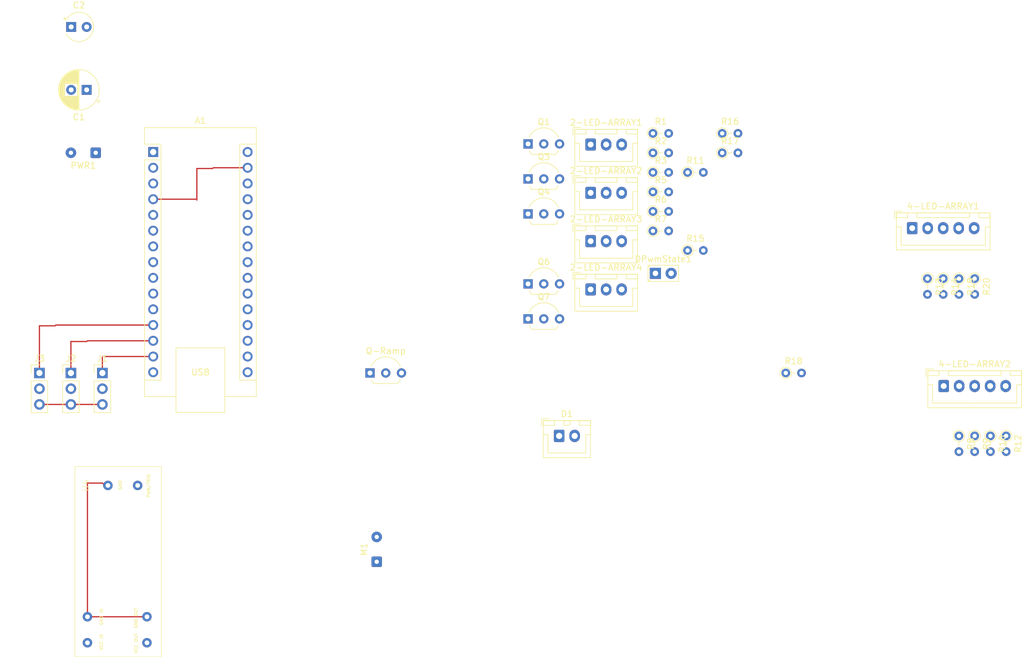
<source format=kicad_pcb>
(kicad_pcb (version 20240108) (generator "pcbnew") (generator_version "8.0")
  (layers (0 "F.Cu" signal) (31 "B.Cu" signal) (34 "B.Paste" user) (35 "F.Paste" user) (36 "B.SilkS" user "B.Silkscreen") (37 "F.SilkS" user "F.Silkscreen") (38 "B.Mask" user) (39 "F.Mask" user) (44 "Edge.Cuts" user))
  (net 0 "")
  (net 1 "Net-(2-LED-ARRAY1-GND)")
  (net 2 "Net-(2-LED-ARRAY1-LED1)")
  (net 3 "Net-(2-LED-ARRAY1-LED2)")
  (net 4 "Net-(2-LED-ARRAY2-LED2)")
  (net 5 "Net-(2-LED-ARRAY2-GND)")
  (net 6 "Net-(2-LED-ARRAY2-LED1)")
  (net 7 "Net-(2-LED-ARRAY3-LED2)")
  (net 8 "Net-(2-LED-ARRAY3-LED1)")
  (net 9 "Net-(2-LED-ARRAY3-GND)")
  (net 10 "Net-(2-LED-ARRAY4-LED2)")
  (net 11 "Net-(2-LED-ARRAY4-GND)")
  (net 12 "Net-(2-LED-ARRAY4-LED1)")
  (net 13 "Net-(4-LED-ARRAY1-LED4)")
  (net 14 "Net-(4-LED-ARRAY1-LED2)")
  (net 15 "Net-(4-LED-ARRAY1-LED3)")
  (net 16 "Net-(4-LED-ARRAY1-GND)")
  (net 17 "Net-(4-LED-ARRAY2-LED2)")
  (net 18 "Net-(4-LED-ARRAY2-LED1)")
  (net 19 "Net-(4-LED-ARRAY2-LED3)")
  (net 20 "Net-(4-LED-ARRAY2-LED4)")
  (net 21 "Net-(A1-A1)")
  (net 22 "Net-(A1-D10)")
  (net 24 "Net-(A1-A3)")
  (net 26 "Net-(A1-D3)")
  (net 32 "Net-(A1-D8)")
  (net 33 "GND")
  (net 35 "Net-(A1-D12)")
  (net 38 "Net-(A1-D4)")
  (net 40 "Net-(A1-A2)")
  (net 42 "Net-(A1-D11)")
  (net 44 "Net-(A1-D7)")
  (net 45 "Net-(A1-+5V)")
  (net 48 "Net-(A1-D9)")
  (net 49 "Net-(A1-D2)")
  (net 50 "Net-(D1-A)")
  (net 51 "Net-(DPwmState1-A)")
  (net 55 "Net-(Q1-S)")
  (net 56 "/PWM 5V branch")
  (net 57 "Net-(M1-+)")
  (net 58 "Net-(4-LED-ARRAY1-LED1)")
  (footprint "Resistor_THT:R_Axial_DIN0204_L3.6mm_D1.6mm_P2.54mm_Vertical" (layer "F.Cu") (at 116.77 37.51)
    (property "Reference" "R1" (at 1.27 -1.92 0) (layer "F.SilkS"))
    (property "Value" "220")
    (pad "1" thru_hole circle (at 0 0) (size 1.4 1.4) (drill 0.7) (layers "*.Cu" "*.Mask") (net 10 "Net-(2-LED-ARRAY4-LED2)"))
    (pad "2" thru_hole oval (at 2.54 0) (size 1.4 1.4) (drill 0.7) (layers "*.Cu" "*.Mask") (net 45 "Net-(A1-+5V)"))
  )
  (footprint "Resistor_THT:R_Axial_DIN0204_L3.6mm_D1.6mm_P2.54mm_Vertical" (layer "F.Cu") (at 116.77 40.66)
    (property "Reference" "R2" (at 1.27 -1.92 0) (layer "F.SilkS"))
    (property "Value" "500")
    (pad "1" thru_hole circle (at 0 0) (size 1.4 1.4) (drill 0.7) (layers "*.Cu" "*.Mask") (net 55 "Net-(Q1-S)"))
    (pad "2" thru_hole oval (at 2.54 0) (size 1.4 1.4) (drill 0.7) (layers "*.Cu" "*.Mask") (net 11 "Net-(2-LED-ARRAY4-GND)"))
  )
  (footprint "Resistor_THT:R_Axial_DIN0204_L3.6mm_D1.6mm_P2.54mm_Vertical" (layer "F.Cu") (at 138.205241 76.2)
    (property "Reference" "R18" (at 1.27 -1.92 0) (layer "F.SilkS"))
    (property "Value" "220")
    (pad "1" thru_hole circle (at 0 0) (size 1.4 1.4) (drill 0.7) (layers "*.Cu" "*.Mask") (net 56 "/PWM 5V branch"))
    (pad "2" thru_hole oval (at 2.54 0) (size 1.4 1.4) (drill 0.7) (layers "*.Cu" "*.Mask") (net 2 "Net-(2-LED-ARRAY1-LED1)"))
  )
  (footprint "Resistor_THT:R_Axial_DIN0204_L3.6mm_D1.6mm_P2.54mm_Vertical" (layer "F.Cu") (at 168.685241 60.96 -90)
    (property "Reference" "R20" (at 1.27 -1.92 90) (layer "F.SilkS"))
    (property "Value" "220")
    (pad "1" thru_hole circle (at 0 0 270) (size 1.4 1.4) (drill 0.7) (layers "*.Cu" "*.Mask") (net 13 "Net-(4-LED-ARRAY1-LED4)"))
    (pad "2" thru_hole oval (at 2.54 0 270) (size 1.4 1.4) (drill 0.7) (layers "*.Cu" "*.Mask") (net 56 "/PWM 5V branch"))
  )
  (footprint "Connector_JST:JST_XH_B2B-XH-A_1x02_P2.50mm_Vertical" (layer "F.Cu") (at 101.64 86.36)
    (property "Reference" "D1" (at 1.25 -3.55 0) (layer "F.SilkS"))
    (property "Value" "White Reverse")
    (pad "1" thru_hole roundrect (at 0 0) (size 1.7 2) (drill 1) (layers "*.Cu" "*.Mask") (roundrect_rratio 0.147059) (net 33 "GND"))
    (pad "2" thru_hole oval (at 2.5 0) (size 1.7 2) (drill 1) (layers "*.Cu" "*.Mask") (net 50 "Net-(D1-A)"))
  )
  (footprint "Resistor_THT:R_Axial_DIN0204_L3.6mm_D1.6mm_P2.54mm_Vertical" (layer "F.Cu") (at 166.145241 86.36 -90)
    (property "Reference" "R8" (at 1.27 -1.92 90) (layer "F.SilkS"))
    (property "Value" "220")
    (pad "1" thru_hole circle (at 0 0 270) (size 1.4 1.4) (drill 0.7) (layers "*.Cu" "*.Mask") (net 18 "Net-(4-LED-ARRAY2-LED1)"))
    (pad "2" thru_hole oval (at 2.54 0 270) (size 1.4 1.4) (drill 0.7) (layers "*.Cu" "*.Mask") (net 56 "/PWM 5V branch"))
  )
  (footprint "Resistor_THT:R_Axial_DIN0204_L3.6mm_D1.6mm_P2.54mm_Vertical" (layer "F.Cu") (at 171.225241 86.36 -90)
    (property "Reference" "R10" (at 1.27 -1.92 90) (layer "F.SilkS"))
    (property "Value" "220")
    (pad "1" thru_hole circle (at 0 0 270) (size 1.4 1.4) (drill 0.7) (layers "*.Cu" "*.Mask") (net 19 "Net-(4-LED-ARRAY2-LED3)"))
    (pad "2" thru_hole oval (at 2.54 0 270) (size 1.4 1.4) (drill 0.7) (layers "*.Cu" "*.Mask") (net 56 "/PWM 5V branch"))
  )
  (footprint "FootPrintProjectLibrary:PWM-Module" (layer "F.Cu") (at 25.527 119.761 90)
    (property "Reference" "U4" (at 25.4 -0.254 90) (layer "F.SilkS") (effects (font (thickness 0.1))))
    (property "Value" "PWM_MOSFET_Module")
    (fp_text user "VCC IN" (at -1.27 2.54 90) (layer "F.SilkS") (effects (font (size 0.5 0.5) (thickness 0.1)) (justify left bottom)))
    (fp_text user "GND" (at 24.638 5.588 90) (layer "F.SilkS") (effects (font (size 0.5 0.5) (thickness 0.1)) (justify left bottom)))
    (fp_text user "GND IN" (at 2.794 2.54 90) (layer "F.SilkS") (effects (font (size 0.5 0.5) (thickness 0.1)) (justify left bottom)))
    (fp_text user "VCC OUT" (at -1.778 8.128 90) (layer "F.SilkS") (effects (font (size 0.5 0.5) (thickness 0.1)) (justify left bottom)))
    (fp_text user "GND OUT" (at 2.286 8.128 90) (layer "F.SilkS") (effects (font (size 0.5 0.5) (thickness 0.1)) (justify left bottom)))
    (fp_text user "PWM/TRIG" (at 23.368 10.16 90) (layer "F.SilkS") (effects (font (size 0.5 0.5) (thickness 0.1)) (justify left bottom)))
    (pad "1" thru_hole circle (at 25.4 8.1 90) (size 1.524 1.524) (drill 0.762) (layers "*.Cu" "*.Mask") (net 26 "Net-(A1-D3)"))
    (pad "2" thru_hole circle (at 25.4 3.3 90) (size 1.524 1.524) (drill 0.762) (layers "*.Cu" "*.Mask") (net 33 "GND"))
    (pad "3" thru_hole circle (at 0 0 180) (size 1.524 1.524) (drill 0.762) (layers "*.Cu" "*.Mask") (net 45 "Net-(A1-+5V)"))
    (pad "4" thru_hole circle (at 4.2 0 180) (size 1.524 1.524) (drill 0.762) (layers "*.Cu" "*.Mask") (net 33 "GND"))
    (pad "5" thru_hole circle (at 0 9.6 180) (size 1.524 1.524) (drill 0.762) (layers "*.Cu" "*.Mask") (net 56 "/PWM 5V branch"))
    (pad "6" thru_hole circle (at 4.2 9.6 180) (size 1.524 1.524) (drill 0.762) (layers "*.Cu" "*.Mask") (net 33 "GND"))
  )
  (footprint "Resistor_THT:R_Axial_DIN0204_L3.6mm_D1.6mm_P2.54mm_Vertical" (layer "F.Cu") (at 168.685241 86.36 -90)
    (property "Reference" "R9" (at 1.27 -1.92 90) (layer "F.SilkS"))
    (property "Value" "220")
    (pad "1" thru_hole circle (at 0 0 270) (size 1.4 1.4) (drill 0.7) (layers "*.Cu" "*.Mask") (net 17 "Net-(4-LED-ARRAY2-LED2)"))
    (pad "2" thru_hole oval (at 2.54 0 270) (size 1.4 1.4) (drill 0.7) (layers "*.Cu" "*.Mask") (net 56 "/PWM 5V branch"))
  )
  (footprint "Connector_JST:JST_XH_B3B-XH-A_1x03_P2.50mm_Vertical" (layer "F.Cu") (at 106.72 62.71)
    (property "Reference" "2-LED-ARRAY4" (at 2.5 -3.55 0) (layer "F.SilkS"))
    (property "Value" "~")
    (pad "1" thru_hole roundrect (at 0 0) (size 1.7 1.95) (drill 0.95) (layers "*.Cu" "*.Mask") (roundrect_rratio 0.147059) (net 11 "Net-(2-LED-ARRAY4-GND)"))
    (pad "2" thru_hole oval (at 2.5 0) (size 1.7 1.95) (drill 0.95) (layers "*.Cu" "*.Mask") (net 12 "Net-(2-LED-ARRAY4-LED1)"))
    (pad "3" thru_hole oval (at 5 0) (size 1.7 1.95) (drill 0.95) (layers "*.Cu" "*.Mask") (net 10 "Net-(2-LED-ARRAY4-LED2)"))
  )
  (footprint "Resistor_THT:R_Axial_DIN0204_L3.6mm_D1.6mm_P2.54mm_Vertical" (layer "F.Cu") (at 122.36 43.81)
    (property "Reference" "R11" (at 1.27 -1.92 0) (layer "F.SilkS"))
    (property "Value" "220")
    (pad "1" thru_hole circle (at 0 0) (size 1.4 1.4) (drill 0.7) (layers "*.Cu" "*.Mask") (net 56 "/PWM 5V branch"))
    (pad "2" thru_hole oval (at 2.54 0) (size 1.4 1.4) (drill 0.7) (layers "*.Cu" "*.Mask") (net 51 "Net-(DPwmState1-A)"))
  )
  (footprint "Resistor_THT:R_Axial_DIN0204_L3.6mm_D1.6mm_P2.54mm_Vertical" (layer "F.Cu") (at 127.95 37.51)
    (property "Reference" "R16" (at 1.27 -1.92 0) (layer "F.SilkS"))
    (property "Value" "220")
    (pad "1" thru_hole circle (at 0 0) (size 1.4 1.4) (drill 0.7) (layers "*.Cu" "*.Mask") (net 56 "/PWM 5V branch"))
    (pad "2" thru_hole oval (at 2.54 0) (size 1.4 1.4) (drill 0.7) (layers "*.Cu" "*.Mask") (net 6 "Net-(2-LED-ARRAY2-LED1)"))
  )
  (footprint "Package_TO_SOT_THT:TO-92L_Inline_Wide" (layer "F.Cu") (at 96.62 61.81)
    (property "Reference" "Q6" (at 2.54 -3.56 0) (layer "F.SilkS"))
    (property "Value" "BS170")
    (pad "1" thru_hole rect (at 0 0) (size 1.5 1.5) (drill 0.8) (layers "*.Cu" "*.Mask") (net 44 "Net-(A1-D7)"))
    (pad "2" thru_hole circle (at 2.54 0) (size 1.5 1.5) (drill 0.8) (layers "*.Cu" "*.Mask") (net 5 "Net-(2-LED-ARRAY2-GND)"))
    (pad "3" thru_hole circle (at 5.08 0) (size 1.5 1.5) (drill 0.8) (layers "*.Cu" "*.Mask") (net 33 "GND"))
  )
  (footprint "Connector_JST:JST_XH_B5B-XH-A_1x05_P2.50mm_Vertical" (layer "F.Cu") (at 158.605241 52.815)
    (property "Reference" "4-LED-ARRAY1" (at 5 -3.55 0) (layer "F.SilkS"))
    (property "Value" "~")
    (pad "1" thru_hole roundrect (at 0 0) (size 1.7 1.95) (drill 0.95) (layers "*.Cu" "*.Mask") (roundrect_rratio 0.147059) (net 16 "Net-(4-LED-ARRAY1-GND)"))
    (pad "2" thru_hole oval (at 2.5 0) (size 1.7 1.95) (drill 0.95) (layers "*.Cu" "*.Mask") (net 58 "Net-(4-LED-ARRAY1-LED1)"))
    (pad "3" thru_hole oval (at 5 0) (size 1.7 1.95) (drill 0.95) (layers "*.Cu" "*.Mask") (net 14 "Net-(4-LED-ARRAY1-LED2)"))
    (pad "4" thru_hole oval (at 7.5 0) (size 1.7 1.95) (drill 0.95) (layers "*.Cu" "*.Mask") (net 15 "Net-(4-LED-ARRAY1-LED3)"))
    (pad "5" thru_hole oval (at 10 0) (size 1.7 1.95) (drill 0.95) (layers "*.Cu" "*.Mask") (net 13 "Net-(4-LED-ARRAY1-LED4)"))
  )
  (footprint "Resistor_THT:R_Axial_DIN0204_L3.6mm_D1.6mm_P2.54mm_Vertical" (layer "F.Cu") (at 166.145241 60.96 -90)
    (property "Reference" "R19" (at 1.27 -1.92 90) (layer "F.SilkS"))
    (property "Value" "220")
    (pad "1" thru_hole circle (at 0 0 270) (size 1.4 1.4) (drill 0.7) (layers "*.Cu" "*.Mask") (net 15 "Net-(4-LED-ARRAY1-LED3)"))
    (pad "2" thru_hole oval (at 2.54 0 270) (size 1.4 1.4) (drill 0.7) (layers "*.Cu" "*.Mask") (net 56 "/PWM 5V branch"))
  )
  (footprint "Connector_JST:JST_XH_B3B-XH-A_1x03_P2.50mm_Vertical" (layer "F.Cu") (at 106.72 54.91)
    (property "Reference" "2-LED-ARRAY3" (at 2.5 -3.55 0) (layer "F.SilkS"))
    (property "Value" "~")
    (pad "1" thru_hole roundrect (at 0 0) (size 1.7 1.95) (drill 0.95) (layers "*.Cu" "*.Mask") (roundrect_rratio 0.147059) (net 9 "Net-(2-LED-ARRAY3-GND)"))
    (pad "2" thru_hole oval (at 2.5 0) (size 1.7 1.95) (drill 0.95) (layers "*.Cu" "*.Mask") (net 8 "Net-(2-LED-ARRAY3-LED1)"))
    (pad "3" thru_hole oval (at 5 0) (size 1.7 1.95) (drill 0.95) (layers "*.Cu" "*.Mask") (net 7 "Net-(2-LED-ARRAY3-LED2)"))
  )
  (footprint "Resistor_THT:R_Axial_DIN0204_L3.6mm_D1.6mm_P2.54mm_Vertical" (layer "F.Cu") (at 163.605241 60.96 -90)
    (property "Reference" "R14" (at 1.27 -1.92 90) (layer "F.SilkS"))
    (property "Value" "220")
    (pad "1" thru_hole circle (at 0 0 270) (size 1.4 1.4) (drill 0.7) (layers "*.Cu" "*.Mask") (net 14 "Net-(4-LED-ARRAY1-LED2)"))
    (pad "2" thru_hole oval (at 2.54 0 270) (size 1.4 1.4) (drill 0.7) (layers "*.Cu" "*.Mask") (net 56 "/PWM 5V branch"))
  )
  (footprint "Connector_JST:JST_XH_B3B-XH-A_1x03_P2.50mm_Vertical" (layer "F.Cu") (at 106.72 47.11)
    (property "Reference" "2-LED-ARRAY2" (at 2.5 -3.55 0) (layer "F.SilkS"))
    (property "Value" "~")
    (pad "1" thru_hole roundrect (at 0 0) (size 1.7 1.95) (drill 0.95) (layers "*.Cu" "*.Mask") (roundrect_rratio 0.147059) (net 5 "Net-(2-LED-ARRAY2-GND)"))
    (pad "2" thru_hole oval (at 2.5 0) (size 1.7 1.95) (drill 0.95) (layers "*.Cu" "*.Mask") (net 6 "Net-(2-LED-ARRAY2-LED1)"))
    (pad "3" thru_hole oval (at 5 0) (size 1.7 1.95) (drill 0.95) (layers "*.Cu" "*.Mask") (net 4 "Net-(2-LED-ARRAY2-LED2)"))
  )
  (footprint "Capacitor_THT:CP_Radial_D6.3mm_P2.50mm" (layer "F.Cu") (at 25.4 30.48 180)
    (property "Reference" "C1" (at 1.25 -4.4 180) (layer "F.SilkS"))
    (property "Value" "100uF/10V")
    (pad "1" thru_hole rect (at 0 0 180) (size 1.6 1.6) (drill 0.8) (layers "*.Cu" "*.Mask") (net 45 "Net-(A1-+5V)"))
    (pad "2" thru_hole circle (at 2.5 0 180) (size 1.6 1.6) (drill 0.8) (layers "*.Cu" "*.Mask") (net 33 "GND"))
  )
  (footprint "Resistor_THT:R_Axial_DIN0204_L3.6mm_D1.6mm_P2.54mm_Vertical" (layer "F.Cu") (at 127.95 40.66)
    (property "Reference" "R17" (at 1.27 -1.92 0) (layer "F.SilkS"))
    (property "Value" "220")
    (pad "1" thru_hole circle (at 0 0) (size 1.4 1.4) (drill 0.7) (layers "*.Cu" "*.Mask") (net 56 "/PWM 5V branch"))
    (pad "2" thru_hole oval (at 2.54 0) (size 1.4 1.4) (drill 0.7) (layers "*.Cu" "*.Mask") (net 3 "Net-(2-LED-ARRAY1-LED2)"))
  )
  (footprint "Package_TO_SOT_THT:TO-92L_Inline_Wide" (layer "F.Cu") (at 96.62 50.51)
    (property "Reference" "Q4" (at 2.54 -3.56 0) (layer "F.SilkS"))
    (property "Value" "BS170")
    (pad "1" thru_hole rect (at 0 0) (size 1.5 1.5) (drill 0.8) (layers "*.Cu" "*.Mask") (net 32 "Net-(A1-D8)"))
    (pad "2" thru_hole circle (at 2.54 0) (size 1.5 1.5) (drill 0.8) (layers "*.Cu" "*.Mask") (net 9 "Net-(2-LED-ARRAY3-GND)"))
    (pad "3" thru_hole circle (at 5.08 0) (size 1.5 1.5) (drill 0.8) (layers "*.Cu" "*.Mask") (net 33 "GND"))
  )
  (footprint "Resistor_THT:R_Axial_DIN0204_L3.6mm_D1.6mm_P2.54mm_Vertical" (layer "F.Cu") (at 161.065241 60.96 -90)
    (property "Reference" "R13" (at 1.27 -1.92 90) (layer "F.SilkS"))
    (property "Value" "220")
    (pad "1" thru_hole circle (at 0 0 270) (size 1.4 1.4) (drill 0.7) (layers "*.Cu" "*.Mask") (net 58 "Net-(4-LED-ARRAY1-LED1)"))
    (pad "2" thru_hole oval (at 2.54 0 270) (size 1.4 1.4) (drill 0.7) (layers "*.Cu" "*.Mask") (net 56 "/PWM 5V branch"))
  )
  (footprint "Resistor_THT:R_Axial_DIN0204_L3.6mm_D1.6mm_P2.54mm_Vertical" (layer "F.Cu") (at 116.77 53.26)
    (property "Reference" "R7" (at 1.27 -1.92 0) (layer "F.SilkS"))
    (property "Value" "220")
    (pad "1" thru_hole circle (at 0 0) (size 1.4 1.4) (drill 0.7) (layers "*.Cu" "*.Mask") (net 50 "Net-(D1-A)"))
    (pad "2" thru_hole oval (at 2.54 0) (size 1.4 1.4) (drill 0.7) (layers "*.Cu" "*.Mask") (net 35 "Net-(A1-D12)"))
  )
  (footprint "Capacitor_THT:CP_Radial_Tantal_D4.5mm_P2.50mm" (layer "F.Cu") (at 22.9 20.32)
    (property "Reference" "C2" (at 1.25 -3.5 360) (layer "F.SilkS"))
    (property "Value" "100nF")
    (pad "1" thru_hole rect (at 0 0) (size 1.6 1.6) (drill 0.8) (layers "*.Cu" "*.Mask") (net 33 "GND"))
    (pad "2" thru_hole circle (at 2.5 0) (size 1.6 1.6) (drill 0.8) (layers "*.Cu" "*.Mask") (net 45 "Net-(A1-+5V)"))
  )
  (footprint "Connector_PinHeader_2.54mm:PinHeader_1x03_P2.54mm_Vertical" (layer "F.Cu") (at 22.86 76.2)
    (property "Reference" "J2" (at 0 -2.33 0) (layer "F.SilkS"))
    (property "Value" "PWM Throttle")
    (pad "1" thru_hole rect (at 0 0) (size 1.7 1.7) (drill 1) (layers "*.Cu" "*.Mask") (net 22 "Net-(A1-D10)"))
    (pad "2" thru_hole oval (at 0 2.54) (size 1.7 1.7) (drill 1) (layers "*.Cu" "*.Mask"))
    (pad "3" thru_hole oval (at 0 5.08) (size 1.7 1.7) (drill 1) (layers "*.Cu" "*.Mask") (net 33 "GND"))
  )
  (footprint "Connector_Wire:SolderWire-0.15sqmm_1x02_P4mm_D0.5mm_OD1.5mm" (layer "F.Cu") (at 72.2 106.68 90)
    (property "Reference" "M1" (at 2 -2.05 270) (layer "F.SilkS"))
    (property "Value" "RC Model Motor")
    (pad "1" thru_hole roundrect (at 0 0 90) (size 1.7 1.7) (drill 0.7) (layers "*.Cu" "*.Mask") (roundrect_rratio 0.147059) (net 57 "Net-(M1-+)"))
    (pad "2" thru_hole circle (at 4 0 90) (size 1.7 1.7) (drill 0.7) (layers "*.Cu" "*.Mask") (net 33 "GND"))
  )
  (footprint "Connector_Wire:SolderWire-0.15sqmm_1x02_P4mm_D0.5mm_OD1.5mm" (layer "F.Cu") (at 26.86 40.64 180)
    (property "Reference" "PWR1" (at 2 -2.05 180) (layer "F.SilkS"))
    (property "Value" "5V")
    (pad "1" thru_hole roundrect (at 0 0 180) (size 1.7 1.7) (drill 0.7) (layers "*.Cu" "*.Mask") (roundrect_rratio 0.147059) (net 45 "Net-(A1-+5V)"))
    (pad "2" thru_hole circle (at 4 0 180) (size 1.7 1.7) (drill 0.7) (layers "*.Cu" "*.Mask") (net 33 "GND"))
  )
  (footprint "Connector_JST:JST_XH_B3B-XH-A_1x03_P2.50mm_Vertical" (layer "F.Cu") (at 106.72 39.31)
    (property "Reference" "2-LED-ARRAY1" (at 2.5 -3.55 0) (layer "F.SilkS"))
    (property "Value" "~")
    (pad "1" thru_hole roundrect (at 0 0) (size 1.7 1.95) (drill 0.95) (layers "*.Cu" "*.Mask") (roundrect_rratio 0.147059) (net 1 "Net-(2-LED-ARRAY1-GND)"))
    (pad "2" thru_hole oval (at 2.5 0) (size 1.7 1.95) (drill 0.95) (layers "*.Cu" "*.Mask") (net 2 "Net-(2-LED-ARRAY1-LED1)"))
    (pad "3" thru_hole oval (at 5 0) (size 1.7 1.95) (drill 0.95) (layers "*.Cu" "*.Mask") (net 3 "Net-(2-LED-ARRAY1-LED2)"))
  )
  (footprint "Connector_PinHeader_2.54mm:PinHeader_1x03_P2.54mm_Vertical" (layer "F.Cu") (at 17.78 76.2)
    (property "Reference" "J3" (at 0 -2.33 0) (layer "F.SilkS"))
    (property "Value" "PWM 3.ch.button")
    (pad "1" thru_hole rect (at 0 0) (size 1.7 1.7) (drill 1) (layers "*.Cu" "*.Mask") (net 48 "Net-(A1-D9)"))
    (pad "2" thru_hole oval (at 0 2.54) (size 1.7 1.7) (drill 1) (layers "*.Cu" "*.Mask"))
    (pad "3" thru_hole oval (at 0 5.08) (size 1.7 1.7) (drill 1) (layers "*.Cu" "*.Mask") (net 33 "GND"))
  )
  (footprint "Connector_PinHeader_2.54mm:PinHeader_1x03_P2.54mm_Vertical" (layer "F.Cu") (at 27.94 76.2)
    (property "Reference" "J1" (at 0 -2.33 0) (layer "F.SilkS"))
    (property "Value" "PWM Steering")
    (pad "1" thru_hole rect (at 0 0) (size 1.7 1.7) (drill 1) (layers "*.Cu" "*.Mask") (net 42 "Net-(A1-D11)"))
    (pad "2" thru_hole oval (at 0 2.54) (size 1.7 1.7) (drill 1) (layers "*.Cu" "*.Mask"))
    (pad "3" thru_hole oval (at 0 5.08) (size 1.7 1.7) (drill 1) (layers "*.Cu" "*.Mask") (net 33 "GND"))
  )
  (footprint "Module:Arduino_Nano" (layer "F.Cu") (at 36.134759 40.52)
    (property "Reference" "A1" (at 7.62 -5.08 0) (layer "F.SilkS"))
    (property "Value" "Arduino_Nano_v3.x")
    (fp_text user "USB" (at 7.62 35.56 0) (layer "F.SilkS"))
    (pad "1" thru_hole rect (at 0 0) (size 1.6 1.6) (drill 1) (layers "*.Cu" "*.Mask"))
    (pad "2" thru_hole oval (at 0 2.54) (size 1.6 1.6) (drill 1) (layers "*.Cu" "*.Mask"))
    (pad "3" thru_hole oval (at 0 5.08) (size 1.6 1.6) (drill 1) (layers "*.Cu" "*.Mask"))
    (pad "4" thru_hole oval (at 0 7.62) (size 1.6 1.6) (drill 1) (layers "*.Cu" "*.Mask") (net 33 "GND"))
    (pad "5" thru_hole oval (at 0 10.16) (size 1.6 1.6) (drill 1) (layers "*.Cu" "*.Mask") (net 49 "Net-(A1-D2)"))
    (pad "6" thru_hole oval (at 0 12.7) (size 1.6 1.6) (drill 1) (layers "*.Cu" "*.Mask") (net 26 "Net-(A1-D3)"))
    (pad "7" thru_hole oval (at 0 15.24) (size 1.6 1.6) (drill 1) (layers "*.Cu" "*.Mask") (net 38 "Net-(A1-D4)"))
    (pad "8" thru_hole oval (at 0 17.78) (size 1.6 1.6) (drill 1) (layers "*.Cu" "*.Mask"))
    (pad "9" thru_hole oval (at 0 20.32) (size 1.6 1.6) (drill 1) (layers "*.Cu" "*.Mask"))
    (pad "10" thru_hole oval (at 0 22.86) (size 1.6 1.6) (drill 1) (layers "*.Cu" "*.Mask") (net 44 "Net-(A1-D7)"))
    (pad "11" thru_hole oval (at 0 25.4) (size 1.6 1.6) (drill 1) (layers "*.Cu" "*.Mask") (net 32 "Net-(A1-D8)"))
    (pad "12" thru_hole oval (at 0 27.94) (size 1.6 1.6) (drill 1) (layers "*.Cu" "*.Mask") (net 48 "Net-(A1-D9)"))
    (pad "13" thru_hole oval (at 0 30.48) (size 1.6 1.6) (drill 1) (layers "*.Cu" "*.Mask") (net 22 "Net-(A1-D10)"))
    (pad "14" thru_hole oval (at 0 33.02) (size 1.6 1.6) (drill 1) (layers "*.Cu" "*.Mask") (net 42 "Net-(A1-D11)"))
    (pad "15" thru_hole oval (at 0 35.56) (size 1.6 1.6) (drill 1) (layers "*.Cu" "*.Mask") (net 35 "Net-(A1-D12)"))
    (pad "16" thru_hole oval (at 15.24 35.56) (size 1.6 1.6) (drill 1) (layers "*.Cu" "*.Mask"))
    (pad "17" thru_hole oval (at 15.24 33.02) (size 1.6 1.6) (drill 1) (layers "*.Cu" "*.Mask"))
    (pad "18" thru_hole oval (at 15.24 30.48) (size 1.6 1.6) (drill 1) (layers "*.Cu" "*.Mask"))
    (pad "19" thru_hole oval (at 15.24 27.94) (size 1.6 1.6) (drill 1) (layers "*.Cu" "*.Mask"))
    (pad "20" thru_hole oval (at 15.24 25.4) (size 1.6 1.6) (drill 1) (layers "*.Cu" "*.Mask") (net 21 "Net-(A1-A1)"))
    (pad "21" thru_hole oval (at 15.24 22.86) (size 1.6 1.6) (drill 1) (layers "*.Cu" "*.Mask") (net 40 "Net-(A1-A2)"))
    (pad "22" thru_hole oval (at 15.24 20.32) (size 1.6 1.6) (drill 1) (layers "*.Cu" "*.Mask") (net 24 "Net-(A1-A3)"))
    (pad "23" thru_hole oval (at 15.24 17.78) (size 1.6 1.6) (drill 1) (layers "*.Cu" "*.Mask"))
    (pad "24" thru_hole oval (at 15.24 15.24) (size 1.6 1.6) (drill 1) (layers "*.Cu" "*.Mask"))
    (pad "25" thru_hole oval (at 15.24 12.7) (size 1.6 1.6) (drill 1) (layers "*.Cu" "*.Mask"))
    (pad "26" thru_hole oval (at 15.24 10.16) (size 1.6 1.6) (drill 1) (layers "*.Cu" "*.Mask"))
    (pad "27" thru_hole oval (at 15.24 7.62) (size 1.6 1.6) (drill 1) (layers "*.Cu" "*.Mask") (net 45 "Net-(A1-+5V)"))
    (pad "28" thru_hole oval (at 15.24 5.08) (size 1.6 1.6) (drill 1) (layers "*.Cu" "*.Mask"))
    (pad "29" thru_hole oval (at 15.24 2.54) (size 1.6 1.6) (drill 1) (layers "*.Cu" "*.Mask") (net 33 "GND"))
    (pad "30" thru_hole oval (at 15.24 0) (size 1.6 1.6) (drill 1) (layers "*.Cu" "*.Mask"))
  )
  (footprint "Resistor_THT:R_Axial_DIN0204_L3.6mm_D1.6mm_P2.54mm_Vertical" (layer "F.Cu") (at 116.77 50.11)
    (property "Reference" "R6" (at 1.27 -1.92 0) (layer "F.SilkS"))
    (property "Value" "220")
    (pad "1" thru_hole circle (at 0 0) (size 1.4 1.4) (drill 0.7) (layers "*.Cu" "*.Mask") (net 8 "Net-(2-LED-ARRAY3-LED1)"))
    (pad "2" thru_hole oval (at 2.54 0) (size 1.4 1.4) (drill 0.7) (layers "*.Cu" "*.Mask") (net 45 "Net-(A1-+5V)"))
  )
  (footprint "Package_TO_SOT_THT:TO-92L_Inline_Wide" (layer "F.Cu") (at 71.12 76.2)
    (property "Reference" "Q-Ramp" (at 2.54 -3.56 0) (layer "F.SilkS"))
    (property "Value" "BS170")
    (pad "1" thru_hole rect (at 0 0) (size 1.5 1.5) (drill 0.8) (layers "*.Cu" "*.Mask") (net 49 "Net-(A1-D2)"))
    (pad "2" thru_hole circle (at 2.54 0) (size 1.5 1.5) (drill 0.8) (layers "*.Cu" "*.Mask") (net 16 "Net-(4-LED-ARRAY1-GND)"))
    (pad "3" thru_hole circle (at 5.08 0) (size 1.5 1.5) (drill 0.8) (layers "*.Cu" "*.Mask") (net 33 "GND"))
  )
  (footprint "Connector_JST:JST_XH_B5B-XH-A_1x05_P2.50mm_Vertical" (layer "F.Cu") (at 163.685241 78.31)
    (property "Reference" "4-LED-ARRAY2" (at 5 -3.55 0) (layer "F.SilkS"))
    (property "Value" "~")
    (pad "1" thru_hole roundrect (at 0 0) (size 1.7 1.95) (drill 0.95) (layers "*.Cu" "*.Mask") (roundrect_rratio 0.147059) (net 16 "Net-(4-LED-ARRAY1-GND)"))
    (pad "2" thru_hole oval (at 2.5 0) (size 1.7 1.95) (drill 0.95) (layers "*.Cu" "*.Mask") (net 18 "Net-(4-LED-ARRAY2-LED1)"))
    (pad "3" thru_hole oval (at 5 0) (size 1.7 1.95) (drill 0.95) (layers "*.Cu" "*.Mask") (net 17 "Net-(4-LED-ARRAY2-LED2)"))
    (pad "4" thru_hole oval (at 7.5 0) (size 1.7 1.95) (drill 0.95) (layers "*.Cu" "*.Mask") (net 19 "Net-(4-LED-ARRAY2-LED3)"))
    (pad "5" thru_hole oval (at 10 0) (size 1.7 1.95) (drill 0.95) (layers "*.Cu" "*.Mask") (net 20 "Net-(4-LED-ARRAY2-LED4)"))
  )
  (footprint "Resistor_THT:R_Axial_DIN0204_L3.6mm_D1.6mm_P2.54mm_Vertical" (layer "F.Cu") (at 116.77 46.96)
    (property "Reference" "R5" (at 1.27 -1.92 0) (layer "F.SilkS"))
    (property "Value" "220")
    (pad "1" thru_hole circle (at 0 0) (size 1.4 1.4) (drill 0.7) (layers "*.Cu" "*.Mask") (net 7 "Net-(2-LED-ARRAY3-LED2)"))
    (pad "2" thru_hole oval (at 2.54 0) (size 1.4 1.4) (drill 0.7) (layers "*.Cu" "*.Mask") (net 45 "Net-(A1-+5V)"))
  )
  (footprint "Package_TO_SOT_THT:TO-92L_Inline_Wide" (layer "F.Cu") (at 96.62 39.21)
    (property "Reference" "Q1" (at 2.54 -3.56 0) (layer "F.SilkS"))
    (property "Value" "BS170")
    (pad "1" thru_hole rect (at 0 0) (size 1.5 1.5) (drill 0.8) (layers "*.Cu" "*.Mask") (net 24 "Net-(A1-A3)"))
    (pad "2" thru_hole circle (at 2.54 0) (size 1.5 1.5) (drill 0.8) (layers "*.Cu" "*.Mask") (net 11 "Net-(2-LED-ARRAY4-GND)"))
    (pad "3" thru_hole circle (at 5.08 0) (size 1.5 1.5) (drill 0.8) (layers "*.Cu" "*.Mask") (net 55 "Net-(Q1-S)"))
  )
  (footprint "Package_TO_SOT_THT:TO-92L_Inline_Wide" (layer "F.Cu") (at 96.62 44.86)
    (property "Reference" "Q3" (at 2.54 -3.56 0) (layer "F.SilkS"))
    (property "Value" "BS170")
    (pad "1" thru_hole rect (at 0 0) (size 1.5 1.5) (drill 0.8) (layers "*.Cu" "*.Mask") (net 40 "Net-(A1-A2)"))
    (pad "2" thru_hole circle (at 2.54 0) (size 1.5 1.5) (drill 0.8) (layers "*.Cu" "*.Mask") (net 55 "Net-(Q1-S)"))
    (pad "3" thru_hole circle (at 5.08 0) (size 1.5 1.5) (drill 0.8) (layers "*.Cu" "*.Mask") (net 33 "GND"))
  )
  (footprint "Resistor_THT:R_Axial_DIN0204_L3.6mm_D1.6mm_P2.54mm_Vertical" (layer "F.Cu") (at 173.765241 86.36 -90)
    (property "Reference" "R12" (at 1.27 -1.92 90) (layer "F.SilkS"))
    (property "Value" "220")
    (pad "1" thru_hole circle (at 0 0 270) (size 1.4 1.4) (drill 0.7) (layers "*.Cu" "*.Mask") (net 20 "Net-(4-LED-ARRAY2-LED4)"))
    (pad "2" thru_hole oval (at 2.54 0 270) (size 1.4 1.4) (drill 0.7) (layers "*.Cu" "*.Mask") (net 56 "/PWM 5V branch"))
  )
  (footprint "Resistor_THT:R_Axial_DIN0204_L3.6mm_D1.6mm_P2.54mm_Vertical" (layer "F.Cu") (at 116.77 43.81)
    (property "Reference" "R3" (at 1.27 -1.92 0) (layer "F.SilkS"))
    (property "Value" "220")
    (pad "1" thru_hole circle (at 0 0) (size 1.4 1.4) (drill 0.7) (layers "*.Cu" "*.Mask") (net 12 "Net-(2-LED-ARRAY4-LED1)"))
    (pad "2" thru_hole oval (at 2.54 0) (size 1.4 1.4) (drill 0.7) (layers "*.Cu" "*.Mask") (net 45 "Net-(A1-+5V)"))
  )
  (footprint "Package_TO_SOT_THT:TO-92L_Inline_Wide" (layer "F.Cu") (at 96.62 67.46)
    (property "Reference" "Q7" (at 2.54 -3.56 0) (layer "F.SilkS"))
    (property "Value" "BS170")
    (pad "1" thru_hole rect (at 0 0) (size 1.5 1.5) (drill 0.8) (layers "*.Cu" "*.Mask") (net 38 "Net-(A1-D4)"))
    (pad "2" thru_hole circle (at 2.54 0) (size 1.5 1.5) (drill 0.8) (layers "*.Cu" "*.Mask") (net 1 "Net-(2-LED-ARRAY1-GND)"))
    (pad "3" thru_hole circle (at 5.08 0) (size 1.5 1.5) (drill 0.8) (layers "*.Cu" "*.Mask") (net 33 "GND"))
  )
  (footprint "Resistor_THT:R_Axial_DIN0204_L3.6mm_D1.6mm_P2.54mm_Vertical" (layer "F.Cu") (at 122.36 56.41)
    (property "Reference" "R15" (at 1.27 -1.92 0) (layer "F.SilkS"))
    (property "Value" "220")
    (pad "1" thru_hole circle (at 0 0) (size 1.4 1.4) (drill 0.7) (layers "*.Cu" "*.Mask") (net 56 "/PWM 5V branch"))
    (pad "2" thru_hole oval (at 2.54 0) (size 1.4 1.4) (drill 0.7) (layers "*.Cu" "*.Mask") (net 4 "Net-(2-LED-ARRAY2-LED2)"))
  )
  (footprint "LED_THT:LED_D2.0mm_W4.8mm_H2.5mm_FlatTop" (layer "F.Cu") (at 117.17 60.11)
    (property "Reference" "DPwmState1" (at 1.27 -2.31 0) (layer "F.SilkS"))
    (property "Value" "Optional PWM state LED")
    (pad "1" thru_hole rect (at 0 0) (size 1.8 1.8) (drill 0.9) (layers "*.Cu" "*.Mask") (net 33 "GND"))
    (pad "2" thru_hole circle (at 2.54 0) (size 1.8 1.8) (drill 0.9) (layers "*.Cu" "*.Mask") (net 51 "Net-(DPwmState1-A)"))
  )
  (segment (start 25.4 71.12) (end 25.52 71) (width 0.2) (layer "F.Cu") (net 22))
  (segment (start 25.52 71) (end 36.134759 71) (width 0.2) (layer "F.Cu") (net 22))
  (segment (start 22.86 71.12) (end 25.4 71.12) (width 0.2) (layer "F.Cu") (net 22))
  (segment (start 22.86 76.2) (end 22.86 71.12) (width 0.2) (layer "F.Cu") (net 22))
  (segment (start 43.18 48.26) (end 43.18 43.18) (width 0.2) (layer "F.Cu") (net 33))
  (segment (start 43.18 43.18) (end 45.72 43.18) (width 0.2) (layer "F.Cu") (net 33))
  (segment (start 43.06 48.14) (end 43.18 48.26) (width 0.2) (layer "F.Cu") (net 33))
  (segment (start 27.94 93.98) (end 28.321 94.361) (width 0.2) (layer "F.Cu") (net 33))
  (segment (start 45.72 43.18) (end 45.84 43.06) (width 0.2) (layer "F.Cu") (net 33))
  (segment (start 25.4 93.98) (end 27.94 93.98) (width 0.2) (layer "F.Cu") (net 33))
  (segment (start 25.527 94.107) (end 25.4 93.98) (width 0.2) (layer "F.Cu") (net 33))
  (segment (start 25.527 115.561) (end 35.127 115.561) (width 0.2) (layer "F.Cu") (net 33))
  (segment (start 22.86 81.28) (end 27.94 81.28) (width 0.2) (layer "F.Cu") (net 33))
  (segment (start 25.527 115.561) (end 25.527 94.107) (width 0.2) (layer "F.Cu") (net 33))
  (segment (start 36.134759 48.14) (end 43.06 48.14) (width 0.2) (layer "F.Cu") (net 33))
  (segment (start 17.78 81.28) (end 22.86 81.28) (width 0.2) (layer "F.Cu") (net 33))
  (segment (start 28.321 94.361) (end 28.827 94.361) (width 0.2) (layer "F.Cu") (net 33))
  (segment (start 45.84 43.06) (end 51.374759 43.06) (width 0.2) (layer "F.Cu") (net 33))
  (segment (start 28.06 73.54) (end 36.134759 73.54) (width 0.2) (layer "F.Cu") (net 42))
  (segment (start 27.94 76.2) (end 27.94 73.66) (width 0.2) (layer "F.Cu") (net 42))
  (segment (start 27.94 73.66) (end 28.06 73.54) (width 0.2) (layer "F.Cu") (net 42))
  (segment (start 20.32 68.58) (end 20.44 68.46) (width 0.2) (layer "F.Cu") (net 48))
  (segment (start 17.78 68.58) (end 20.32 68.58) (width 0.2) (layer "F.Cu") (net 48))
  (segment (start 17.78 76.2) (end 17.78 68.58) (width 0.2) (layer "F.Cu") (net 48))
  (segment (start 20.44 68.46) (end 36.134759 68.46) (width 0.2) (layer "F.Cu") (net 48))
)
</source>
